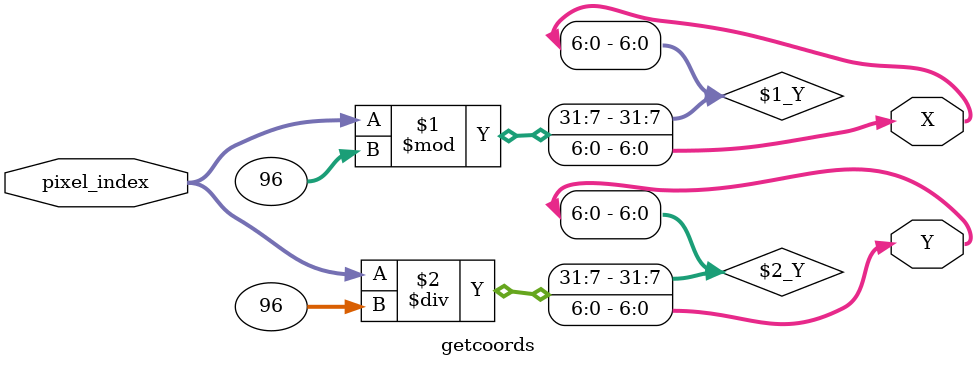
<source format=v>
`timescale 1ns / 1ps


module getcoords(input [12:0] pixel_index, output [6:0] X, output [6:0] Y);
    
    assign X = pixel_index % 96;
    assign Y = pixel_index / 96;
    
endmodule

</source>
